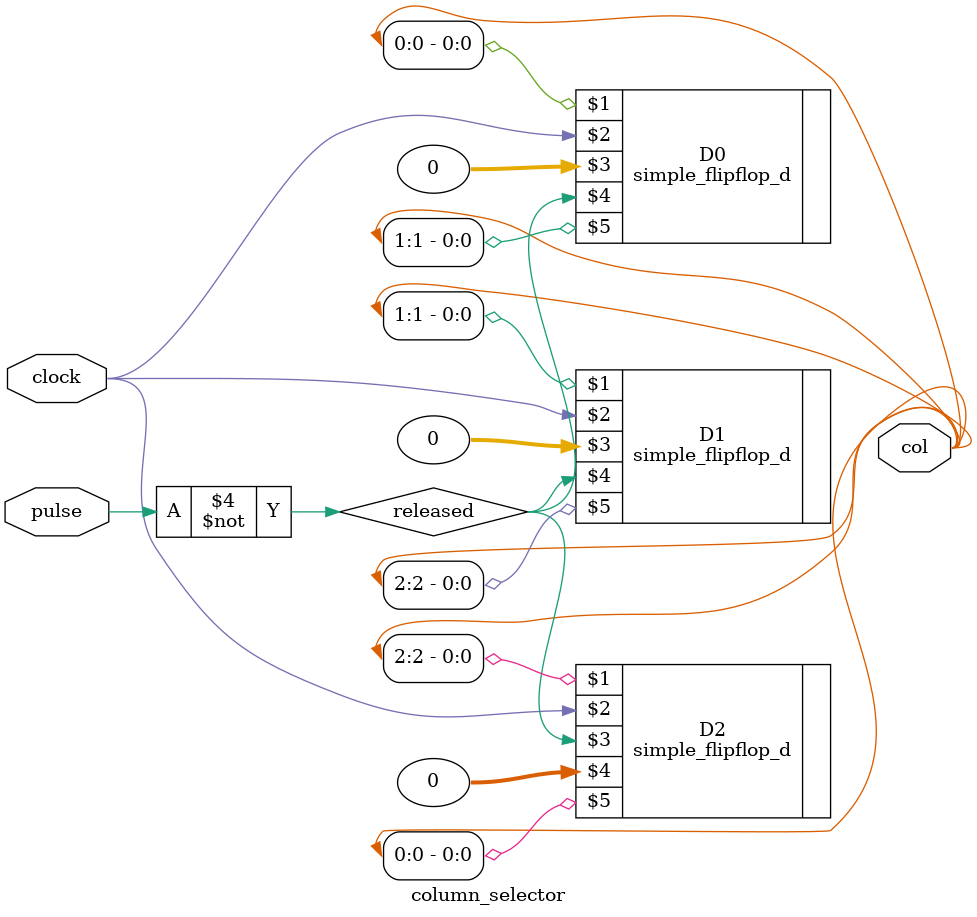
<source format=v>
module column_selector (output [2:0] col, input clock, input pulse);

    not (released, pulse);

    //                     Q     clock     set      reset     D
    //                   ------- ------ --------- --------- ------
    simple_flipflop_d D2(col[2], clock, released,     0   , col[0]);
    simple_flipflop_d D1(col[1], clock,     0   , released, col[2]);
    simple_flipflop_d D0(col[0], clock,     0   , released, col[1]);

endmodule

</source>
